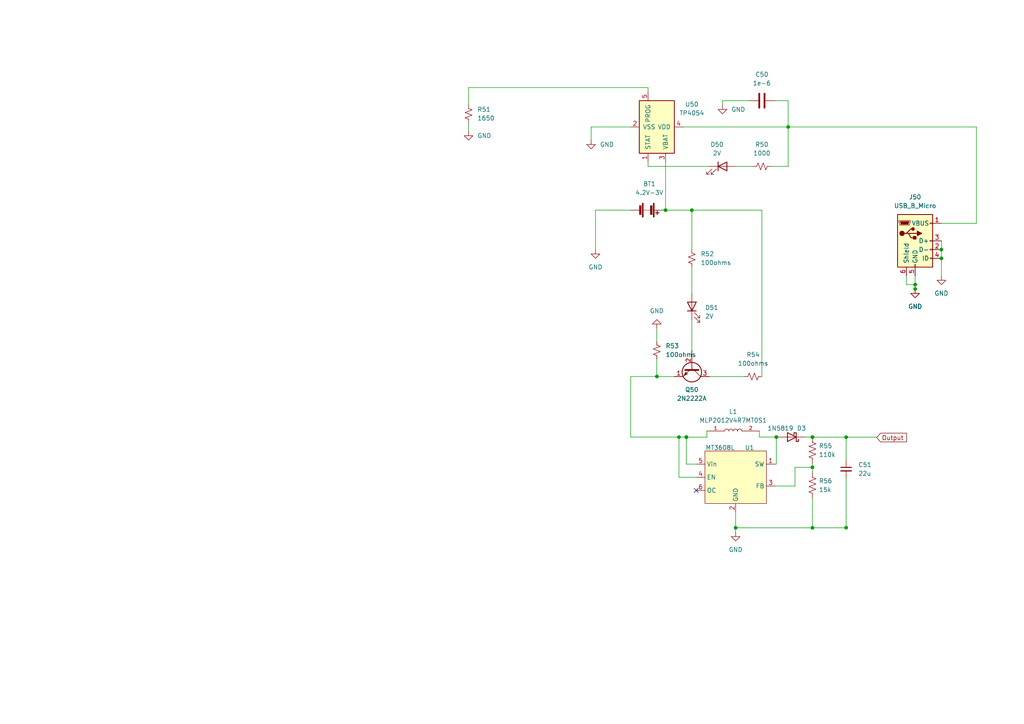
<source format=kicad_sch>
(kicad_sch (version 20211123) (generator eeschema)
  (paper "A4")
  (title_block (title "POWER SUBMODULE") (date "2022-03-11") (rev "2") (comment 1 "AUTHOR: JAHAR PERSAD (PRSJAH002)"))
  (lib_symbols
    (symbol "Battery_Management:MCP73831-2-OT" (pin_names (offset 1.016))
      (property "Reference" "U" (at -7.62 6.35 0))
      (property "Value" "MCP73831-2-OT" (at 1.27 6.35 0))
      (symbol "MCP73831-2-OT_0_1"
        (rectangle (start -7.62 5.08) (end 7.62 -5.08) (stroke (width 0.254)) (fill (type background)))
      )
      (symbol "MCP73831-2-OT_1_1"
        (pin output line (at 10.16 -2.54 180) (length 2.54) (name "STAT") (number "1"))
        (pin power_in line (at 0 -7.62 90) (length 2.54) (name "VSS") (number "2"))
        (pin power_out line (at 10.16 2.54 180) (length 2.54) (name "VBAT") (number "3"))
        (pin power_in line (at 0 7.62 270) (length 2.54) (name "VDD") (number "4"))
        (pin input line (at -10.16 -2.54 0) (length 2.54) (name "PROG") (number "5"))
      )
    )
    (symbol "Connector:USB_B_Micro" (pin_names (offset 1.016))
      (property "Reference" "J" (at -5.08 11.43 0))
      (property "Value" "USB_B_Micro" (at -5.08 8.89 0))
      (symbol "USB_B_Micro_0_1"
        (rectangle (start -5.08 -7.62) (end 5.08 7.62) (stroke (width 0.254)) (fill (type background)))
        (circle (center -3.81 2.159) (radius 0.635) (stroke (width 0.254)) (fill (type outline)))
        (circle (center -0.635 3.429) (radius 0.381) (stroke (width 0.254)) (fill (type outline)))
        (rectangle (start -0.127 -7.62) (end 0.127 -6.858))
        (polyline (pts (xy -1.905 2.159) (xy 0.635 2.159)) (stroke (width 0.254)))
        (polyline (pts (xy -3.175 2.159) (xy -2.54 2.159) (xy -1.27 3.429) (xy -0.635 3.429)) (stroke (width 0.254)))
        (polyline (pts (xy -2.54 2.159) (xy -1.905 2.159) (xy -1.27 0.889) (xy 0 0.889)) (stroke (width 0.254)))
        (polyline (pts (xy 0.635 2.794) (xy 0.635 1.524) (xy 1.905 2.159) (xy 0.635 2.794)) (stroke (width 0.254)) (fill (type outline)))
        (polyline (pts (xy -4.318 5.588) (xy -1.778 5.588) (xy -2.032 4.826) (xy -4.064 4.826) (xy -4.318 5.588)) (fill (type outline)))
        (polyline (pts (xy -4.699 5.842) (xy -4.699 5.588) (xy -4.445 4.826) (xy -4.445 4.572) (xy -1.651 4.572) (xy -1.651 4.826) (xy -1.397 5.588) (xy -1.397 5.842) (xy -4.699 5.842)))
        (rectangle (start 0.254 1.27) (end -0.508 0.508) (stroke (width 0.254)) (fill (type outline)))
        (rectangle (start 5.08 -5.207) (end 4.318 -4.953))
        (rectangle (start 5.08 -2.667) (end 4.318 -2.413))
        (rectangle (start 5.08 -0.127) (end 4.318 0.127))
        (rectangle (start 5.08 4.953) (end 4.318 5.207))
      )
      (symbol "USB_B_Micro_1_1"
        (pin power_out line (at 7.62 5.08 180) (length 2.54) (name "VBUS") (number "1"))
        (pin bidirectional line (at 7.62 -2.54 180) (length 2.54) (name "D-") (number "2"))
        (pin bidirectional line (at 7.62 0 180) (length 2.54) (name "D+") (number "3"))
        (pin passive line (at 7.62 -5.08 180) (length 2.54) (name "ID") (number "4"))
        (pin power_out line (at 0 -10.16 90) (length 2.54) (name "GND") (number "5"))
        (pin passive line (at -2.54 -10.16 90) (length 2.54) (name "Shield") (number "6"))
      )
    )
    (symbol "Custom:MLP2012V4R7MT0S1" (pin_names (offset 1.016) hide)
      (property "Reference" "L" (at -5.08 1.905 0))
      (property "Value" "MLP2012V4R7MT0S1" (at -5.08 -2.54 0))
      (symbol "MLP2012V4R7MT0S1_0_0"
        (arc (start -1.27 0) (mid -1.905 0.6878) (end -2.54 0) (stroke (width 0.1524)))
        (arc (start 0 0) (mid -0.635 0.6878) (end -1.27 0) (stroke (width 0.1524)))
        (arc (start 1.27 0) (mid 0.635 0.6878) (end 0 0) (stroke (width 0.1524)))
        (arc (start 2.54 0) (mid 1.905 0.6878) (end 1.27 0) (stroke (width 0.1524)))
        (pin passive line (at -7.62 0 0) (length 5.08) (name "~") (number "1"))
        (pin passive line (at 7.62 0 180) (length 5.08) (name "~") (number "2"))
      )
    )
    (symbol "Custom:MT3608L"
      (property "Reference" "U" (at 0 6.35 0))
      (property "Value" "MT3608L" (at 0 8.89 0))
      (symbol "MT3608L_0_1"
        (rectangle (start -8.89 3.81) (end 8.89 -11.43) (fill (type background)))
      )
      (symbol "MT3608L_1_1"
        (pin bidirectional line (at 11.43 0 180) (length 2.54) (name "SW") (number "1"))
        (pin bidirectional line (at 0 -13.97 90) (length 2.54) (name "GND") (number "2"))
        (pin bidirectional line (at 11.43 -6.35 180) (length 2.54) (name "FB") (number "3"))
        (pin bidirectional line (at -11.43 -3.81 0) (length 2.54) (name "EN") (number "4"))
        (pin bidirectional line (at -11.43 0 0) (length 2.54) (name "Vin") (number "5"))
        (pin bidirectional line (at -11.43 -7.62 0) (length 2.54) (name "OC") (number "6"))
      )
    )
    (symbol "Device:Battery" (pin_numbers hide) (pin_names (offset 0) hide)
      (property "Reference" "BT" (at 2.54 2.54 0))
      (property "Value" "Battery" (at 2.54 0 0))
      (symbol "Battery_0_1"
        (rectangle (start -2.032 -1.397) (end 2.032 -1.651) (fill (type outline)))
        (rectangle (start -2.032 1.778) (end 2.032 1.524) (fill (type outline)))
        (rectangle (start -1.3208 -1.9812) (end 1.27 -2.4892) (fill (type outline)))
        (rectangle (start -1.3208 1.1938) (end 1.27 0.6858) (fill (type outline)))
        (polyline (pts (xy 0 -1.524) (xy 0 -1.27)))
        (polyline (pts (xy 0 -1.016) (xy 0 -0.762)))
        (polyline (pts (xy 0 -0.508) (xy 0 -0.254)))
        (polyline (pts (xy 0 0) (xy 0 0.254)))
        (polyline (pts (xy 0 0.508) (xy 0 0.762)))
        (polyline (pts (xy 0 1.778) (xy 0 2.54)))
        (polyline (pts (xy 0.254 2.667) (xy 1.27 2.667)) (stroke (width 0.254)))
        (polyline (pts (xy 0.762 3.175) (xy 0.762 2.159)) (stroke (width 0.254)))
      )
      (symbol "Battery_1_1"
        (pin passive line (at 0 5.08 270) (length 2.54) (name "+") (number "1"))
        (pin passive line (at 0 -5.08 90) (length 2.54) (name "-") (number "2"))
      )
    )
    (symbol "Device:C" (pin_numbers hide) (pin_names (offset 0.254))
      (property "Reference" "C" (at 0.635 2.54 0))
      (property "Value" "C" (at 0.635 -2.54 0))
      (symbol "C_0_1"
        (polyline (pts (xy -2.032 -0.762) (xy 2.032 -0.762)) (stroke (width 0.508)))
        (polyline (pts (xy -2.032 0.762) (xy 2.032 0.762)) (stroke (width 0.508)))
      )
      (symbol "C_1_1"
        (pin passive line (at 0 3.81 270) (length 2.794) (name "~") (number "1"))
        (pin passive line (at 0 -3.81 90) (length 2.794) (name "~") (number "2"))
      )
    )
    (symbol "Device:C_Small" (pin_numbers hide) (pin_names (offset 0.254) hide)
      (property "Reference" "C" (at 0.254 1.778 0))
      (property "Value" "C_Small" (at 0.254 -2.032 0))
      (symbol "C_Small_0_1"
        (polyline (pts (xy -1.524 -0.508) (xy 1.524 -0.508)) (stroke (width 0.3302)))
        (polyline (pts (xy -1.524 0.508) (xy 1.524 0.508)) (stroke (width 0.3048)))
      )
      (symbol "C_Small_1_1"
        (pin passive line (at 0 2.54 270) (length 2.032) (name "~") (number "1"))
        (pin passive line (at 0 -2.54 90) (length 2.032) (name "~") (number "2"))
      )
    )
    (symbol "Device:LED" (pin_numbers hide) (pin_names (offset 1.016) hide)
      (property "Reference" "D" (at 0 2.54 0))
      (property "Value" "LED" (at 0 -2.54 0))
      (symbol "LED_0_1"
        (polyline (pts (xy -1.27 -1.27) (xy -1.27 1.27)) (stroke (width 0.254)))
        (polyline (pts (xy -1.27 0) (xy 1.27 0)))
        (polyline (pts (xy 1.27 -1.27) (xy 1.27 1.27) (xy -1.27 0) (xy 1.27 -1.27)) (stroke (width 0.254)))
        (polyline (pts (xy -3.048 -0.762) (xy -4.572 -2.286) (xy -3.81 -2.286) (xy -4.572 -2.286) (xy -4.572 -1.524)))
        (polyline (pts (xy -1.778 -0.762) (xy -3.302 -2.286) (xy -2.54 -2.286) (xy -3.302 -2.286) (xy -3.302 -1.524)))
      )
      (symbol "LED_1_1"
        (pin passive line (at -3.81 0 0) (length 2.54) (name "K") (number "1"))
        (pin passive line (at 3.81 0 180) (length 2.54) (name "A") (number "2"))
      )
    )
    (symbol "Device:R_Small_US" (pin_numbers hide) (pin_names (offset 0.254) hide)
      (property "Reference" "R" (at 0.762 0.508 0))
      (property "Value" "R_Small_US" (at 0.762 -1.016 0))
      (symbol "R_Small_US_1_1"
        (polyline (pts (xy 0 0) (xy 1.016 -0.381) (xy 0 -0.762) (xy -1.016 -1.143) (xy 0 -1.524)))
        (polyline (pts (xy 0 1.524) (xy 1.016 1.143) (xy 0 0.762) (xy -1.016 0.381) (xy 0 0)))
        (pin passive line (at 0 2.54 270) (length 1.016) (name "~") (number "1"))
        (pin passive line (at 0 -2.54 90) (length 1.016) (name "~") (number "2"))
      )
    )
    (symbol "Device:R_US" (pin_numbers hide) (pin_names (offset 0))
      (property "Reference" "R" (at 2.54 0 90))
      (property "Value" "R_US" (at -2.54 0 90))
      (symbol "R_US_0_1"
        (polyline (pts (xy 0 -2.286) (xy 0 -2.54)))
        (polyline (pts (xy 0 2.286) (xy 0 2.54)))
        (polyline (pts (xy 0 -0.762) (xy 1.016 -1.143) (xy 0 -1.524) (xy -1.016 -1.905) (xy 0 -2.286)))
        (polyline (pts (xy 0 0.762) (xy 1.016 0.381) (xy 0 0) (xy -1.016 -0.381) (xy 0 -0.762)))
        (polyline (pts (xy 0 2.286) (xy 1.016 1.905) (xy 0 1.524) (xy -1.016 1.143) (xy 0 0.762)))
      )
      (symbol "R_US_1_1"
        (pin passive line (at 0 3.81 270) (length 1.27) (name "~") (number "1"))
        (pin passive line (at 0 -3.81 90) (length 1.27) (name "~") (number "2"))
      )
    )
    (symbol "Diode:1N5819" (pin_numbers hide) (pin_names (offset 1.016) hide)
      (property "Reference" "D" (at 0 2.54 0))
      (property "Value" "1N5819" (at 0 -2.54 0))
      (symbol "1N5819_0_1"
        (polyline (pts (xy 1.27 0) (xy -1.27 0)))
        (polyline (pts (xy 1.27 1.27) (xy 1.27 -1.27) (xy -1.27 0) (xy 1.27 1.27)) (stroke (width 0.254)))
        (polyline (pts (xy -1.905 0.635) (xy -1.905 1.27) (xy -1.27 1.27) (xy -1.27 -1.27) (xy -0.635 -1.27) (xy -0.635 -0.635)) (stroke (width 0.254)))
      )
      (symbol "1N5819_1_1"
        (pin passive line (at -3.81 0 0) (length 2.54) (name "K") (number "1"))
        (pin passive line (at 3.81 0 180) (length 2.54) (name "A") (number "2"))
      )
    )
    (symbol "Transistor_BJT:2N2219" (pin_names (offset 0) hide)
      (property "Reference" "Q" (at 5.08 1.905 0))
      (property "Value" "2N2219" (at 5.08 0 0))
      (symbol "2N2219_0_1"
        (polyline (pts (xy 0.635 0.635) (xy 2.54 2.54)))
        (polyline (pts (xy 0.635 -0.635) (xy 2.54 -2.54) (xy 2.54 -2.54)))
        (polyline (pts (xy 0.635 1.905) (xy 0.635 -1.905) (xy 0.635 -1.905)) (stroke (width 0.508)))
        (polyline (pts (xy 1.27 -1.778) (xy 1.778 -1.27) (xy 2.286 -2.286) (xy 1.27 -1.778) (xy 1.27 -1.778)) (fill (type outline)))
        (circle (center 1.27 0) (radius 2.8194) (stroke (width 0.254)))
      )
      (symbol "2N2219_1_1"
        (pin passive line (at 2.54 -5.08 90) (length 2.54) (name "E") (number "1"))
        (pin passive line (at -5.08 0 0) (length 5.715) (name "B") (number "2"))
        (pin passive line (at 2.54 5.08 270) (length 2.54) (name "C") (number "3"))
      )
    )
    (symbol "power:GND" (power) (pin_names (offset 0))
      (property "Value" "GND" (at 0 -3.81 0))
      (symbol "GND_0_1"
        (polyline (pts (xy 0 0) (xy 0 -1.27) (xy 1.27 -1.27) (xy 0 -2.54) (xy -1.27 -1.27) (xy 0 -1.27)))
      )
      (symbol "GND_1_1"
        (pin power_in line (at 0 0 270) (length 0) hide (name "GND") (number "1"))
      )
    )
  )
  (junction (at 235.6358 153.0858))
  (junction (at 273.05 72.39))
  (junction (at 199.0598 126.7968))
  (junction (at 213.36 153.0858))
  (junction (at 190.5254 109.1946))
  (junction (at 193.04 60.96))
  (junction (at 265.43 83.82))
  (junction (at 265.43 82.55))
  (junction (at 273.05 74.93))
  (junction (at 245.4148 153.0604))
  (junction (at 200.66 60.96))
  (junction (at 225.171 126.7714))
  (junction (at 235.6358 126.7714))
  (junction (at 235.6358 135.5344))
  (junction (at 245.4148 126.7968))
  (junction (at 199.0598 126.7714))
  (junction (at 196.9262 126.7714))
  (junction (at 235.6358 126.7968))
  (junction (at 228.6 36.83))
  (no_connect (at 201.93 142.24))
  (wire (pts (xy 187.96 46.99) (xy 187.96 48.26)))
  (wire (pts (xy 217.17 29.21) (xy 209.55 29.21)))
  (wire (pts (xy 228.6 36.83) (xy 228.6 48.26)))
  (wire (pts (xy 200.66 92.71) (xy 200.66 101.6)))
  (wire (pts (xy 235.6358 144.5768) (xy 235.6358 153.0858)))
  (wire (pts (xy 182.88 36.83) (xy 171.45 36.83)))
  (wire (pts (xy 230.5812 140.97) (xy 230.5812 135.5344)))
  (wire (pts (xy 230.5812 135.5344) (xy 235.6358 135.5344)))
  (wire (pts (xy 262.89 82.55) (xy 262.89 80.01)))
  (wire (pts (xy 235.6358 135.5344) (xy 235.6358 136.9568)))
  (wire (pts (xy 273.05 74.93) (xy 273.05 80.01)))
  (wire (pts (xy 223.52 48.26) (xy 228.6 48.26)))
  (wire (pts (xy 135.89 35.56) (xy 135.89 38.1)))
  (wire (pts (xy 235.6358 153.0858) (xy 245.4148 153.0858)))
  (wire (pts (xy 201.93 134.62) (xy 199.0598 134.62)))
  (wire (pts (xy 199.0598 134.62) (xy 199.0598 126.7968)))
  (wire (pts (xy 245.4148 133.5278) (xy 245.4148 126.7968)))
  (wire (pts (xy 201.93 138.43) (xy 196.9262 138.43)))
  (wire (pts (xy 224.79 134.62) (xy 225.171 134.62)))
  (wire (pts (xy 200.66 60.96) (xy 200.66 72.39)))
  (wire (pts (xy 182.9308 126.7714) (xy 182.9308 109.1946)))
  (wire (pts (xy 190.5 104.14) (xy 190.5 109.22)))
  (wire (pts (xy 224.79 29.21) (xy 228.6 29.21)))
  (wire (pts (xy 213.36 148.59) (xy 213.36 153.0858)))
  (wire (pts (xy 220.2688 125.0188) (xy 220.2688 126.7714)))
  (wire (pts (xy 205.0288 126.7968) (xy 199.0598 126.7968)))
  (wire (pts (xy 205.74 109.22) (xy 215.9 109.22)))
  (wire (pts (xy 193.04 60.96) (xy 200.66 60.96)))
  (wire (pts (xy 196.9262 126.7714) (xy 182.9308 126.7714)))
  (wire (pts (xy 265.43 83.82) (xy 265.43 82.55)))
  (wire (pts (xy 205.0288 125.0188) (xy 205.0288 126.7968)))
  (wire (pts (xy 135.89 25.4) (xy 135.89 30.48)))
  (wire (pts (xy 273.05 72.39) (xy 273.05 74.93)))
  (wire (pts (xy 190.5 95.25) (xy 190.5 99.06)))
  (wire (pts (xy 172.72 60.96) (xy 172.72 72.39)))
  (wire (pts (xy 187.96 26.67) (xy 187.96 25.4)))
  (wire (pts (xy 213.36 153.0858) (xy 213.36 154.3558)))
  (wire (pts (xy 198.12 36.83) (xy 228.6 36.83)))
  (wire (pts (xy 199.0598 126.7968) (xy 199.0598 126.7714)))
  (wire (pts (xy 205.74 48.26) (xy 187.96 48.26)))
  (wire (pts (xy 235.6358 126.7714) (xy 235.6358 126.7968)))
  (wire (pts (xy 245.4148 153.0604) (xy 245.4148 153.0858)))
  (wire (pts (xy 224.79 140.97) (xy 230.5812 140.97)))
  (wire (pts (xy 225.171 126.7714) (xy 225.8568 126.7714)))
  (wire (pts (xy 200.66 77.47) (xy 200.66 85.09)))
  (wire (pts (xy 220.2688 126.7714) (xy 225.171 126.7714)))
  (wire (pts (xy 225.171 126.7714) (xy 225.171 134.62)))
  (wire (pts (xy 245.4148 126.7968) (xy 254.2794 126.7968)))
  (wire (pts (xy 228.6 36.83) (xy 228.6 29.21)))
  (wire (pts (xy 245.4148 138.6078) (xy 245.4148 153.0604)))
  (wire (pts (xy 187.96 25.4) (xy 135.89 25.4)))
  (wire (pts (xy 254.2794 126.7968) (xy 254.2794 126.8984)))
  (wire (pts (xy 245.4148 126.7968) (xy 235.6358 126.7968)))
  (wire (pts (xy 233.4768 126.7714) (xy 235.6358 126.7714)))
  (wire (pts (xy 209.55 29.21) (xy 209.55 30.48)))
  (wire (pts (xy 190.5 109.22) (xy 195.58 109.22)))
  (wire (pts (xy 235.6358 134.4168) (xy 235.6358 135.5344)))
  (wire (pts (xy 196.9262 126.7714) (xy 199.0598 126.7714)))
  (wire (pts (xy 213.36 153.0858) (xy 235.6358 153.0858)))
  (wire (pts (xy 171.45 36.83) (xy 171.45 40.64)))
  (wire (pts (xy 283.21 64.77) (xy 283.21 36.83)))
  (wire (pts (xy 182.9308 109.1946) (xy 190.5254 109.1946)))
  (wire (pts (xy 220.98 60.96) (xy 220.98 109.22)))
  (wire (pts (xy 172.72 60.96) (xy 182.88 60.96)))
  (wire (pts (xy 262.89 82.55) (xy 265.43 82.55)))
  (wire (pts (xy 273.05 64.77) (xy 283.21 64.77)))
  (wire (pts (xy 265.43 82.55) (xy 265.43 80.01)))
  (wire (pts (xy 193.04 46.99) (xy 193.04 60.96)))
  (wire (pts (xy 273.05 69.85) (xy 273.05 72.39)))
  (wire (pts (xy 283.21 36.83) (xy 228.6 36.83)))
  (wire (pts (xy 196.9262 138.43) (xy 196.9262 126.7714)))
  (wire (pts (xy 191.77 60.96) (xy 193.04 60.96)))
  (wire (pts (xy 218.44 48.26) (xy 213.36 48.26)))
  (wire (pts (xy 200.66 60.96) (xy 220.98 60.96)))
  (global_label "Output" (shape input) (at 254.2794 126.8984 0) (property "Intersheet References" "${INTERSHEET_REFS}" (effects hide)))
  (symbol (lib_id "Custom:MLP2012V4R7MT0S1") (at 212.6488 125.0188 0) (unit 1)
    (property "Reference" "L1" (at 212.6488 119.38 0))
    (property "Value" "MLP2012V4R7MT0S1" (at 212.6488 121.92 0))
    (property "Footprint" "3088HAT:INDC2012X87N" (effects hide))
    (property "Datasheet" "https://datasheet.lcsc.com/lcsc/1912111437_TDK-MLP2012V4R7MT0S1_C383376.pdf" (effects hide))
    (property "Extended" "Y" (effects hide))
    (property "LCSC" "C383376" (effects hide))
    (property "Populate" "P" (effects hide))
    (property "Price" "0.0425" (effects hide))
  )
  (symbol (lib_id "power:GND") (at 213.36 154.3558 0) (unit 1)
    (property "Reference" "#PWR?" (effects hide))
    (property "Value" "GND" (at 213.36 159.4358 0))
  )
  (symbol (lib_id "power:GND") (at 190.5 95.25 180) (unit 1)
    (property "Reference" "#PWR0108" (effects hide))
    (property "Value" "GND" (at 190.5 90.17 0))
  )
  (symbol (lib_id "Device:C_Small") (at 245.4148 136.0678 0) (unit 1)
    (property "Reference" "C51" (at 248.92 134.804 0) (effects (justify left)))
    (property "Value" "22u" (at 248.92 137.344 0) (effects (justify left)))
    (property "Footprint" "Capacitor_SMD:C_0805_2012Metric" (effects hide))
    (property "Datasheet" "https://datasheet.lcsc.com/lcsc/1811151152_Samsung-Electro-Mechanics-CL21A226MAQNNNE_C45783.pdf" (effects hide))
    (property "Price" "0.0361" (effects hide))
    (property "Extended" "N" (effects hide))
    (property "LCSC" "C45783" (effects hide))
    (property "Populate" "P" (effects hide))
  )
  (symbol (lib_id "Device:R_Small_US") (at 190.5 101.6 0) (unit 1)
    (property "Reference" "R53" (at 193.04 100.3299 0) (effects (justify left)))
    (property "Value" "100ohms" (at 193.04 102.8699 0) (effects (justify left)))
    (property "Footprint" "Resistor_SMD:R_0201_0603Metric" (effects hide))
  )
  (symbol (lib_id "power:GND") (at 209.55 30.48 0) (unit 1)
    (property "Reference" "#PWR0101" (effects hide))
    (property "Value" "GND" (at 212.09 31.7499 0) (effects (justify left)))
  )
  (symbol (lib_id "Transistor_BJT:2N2219") (at 200.66 106.68 270) (unit 1)
    (property "Reference" "Q50" (at 200.66 113.03 90))
    (property "Value" "2N2222A" (at 200.66 115.57 90))
    (property "Footprint" "Package_TO_SOT_THT:TO-92" (effects hide))
    (property "Datasheet" "http://www.onsemi.com/pub_link/Collateral/2N2219-D.PDF" (effects hide))
  )
  (symbol (lib_id "Connector:USB_B_Micro") (at 265.43 69.85 0) (unit 1)
    (property "Reference" "J50" (at 265.43 57.15 0))
    (property "Value" "USB_B_Micro" (at 265.43 59.69 0))
    (property "Footprint" "Connector_USB:USB_Micro-B_Amphenol_10103594-0001LF_Horizontal" (effects hide))
  )
  (symbol (lib_id "Device:R_US") (at 235.6358 130.6068 0) (unit 1)
    (property "Reference" "R55" (at 237.49 129.3367 0) (effects (justify left)))
    (property "Value" "110k" (at 237.49 131.8767 0) (effects (justify left)))
    (property "Footprint" "Resistor_SMD:R_0201_0603Metric" (effects hide))
    (property "Datasheet" "https://datasheet.lcsc.com/lcsc/2110260030_UNI-ROYAL-Uniroyal-Elec-0603WAF1103T5E_C25805.pdf" (effects hide))
    (property "Extended" "N" (effects hide))
    (property "LCSC" "C25805" (effects hide))
    (property "Populate" "P" (effects hide))
    (property "Price" "0.0014" (effects hide))
  )
  (symbol (lib_id "Device:LED") (at 200.66 88.9 90) (unit 1)
    (property "Reference" "D51" (at 204.47 89.2174 90) (effects (justify right)))
    (property "Value" "2V" (at 204.47 91.7574 90) (effects (justify right)))
    (property "Footprint" "LED_SMD:LED_0805_2012Metric" (effects hide))
    (property "Datasheet" "~https://datasheet.lcsc.com/lcsc/2008201032_Foshan-NationStar-Optoelectronics-NCD0805R1_C84256.pdf" (effects hide))
  )
  (symbol (lib_id "Custom:MT3608L") (at 213.36 134.62 0) (unit 1)
    (property "Reference" "U1" (at 217.3986 129.8448 0))
    (property "Value" "MT3608L" (at 208.8642 129.8448 0))
    (property "Footprint" "Package_TO_SOT_SMD:SOT-23-6" (effects hide))
    (property "Datasheet" "https://datasheet.lcsc.com/lcsc/2201121530_XI-AN-Aerosemi-Tech-MT3608L_C2932326.pdf" (effects hide))
    (property "Extended" "Y" (effects hide))
    (property "LCSC" "C2932326" (effects hide))
    (property "Price" "0.0693" (effects hide))
  )
  (symbol (lib_id "Device:R_Small_US") (at 135.89 33.02 0) (unit 1)
    (property "Reference" "R51" (at 138.43 31.7499 0) (effects (justify left)))
    (property "Value" "1650" (at 138.43 34.2899 0) (effects (justify left)))
    (property "Footprint" "Resistor_SMD:R_0201_0603Metric" (effects hide))
  )
  (symbol (lib_id "power:GND") (at 172.72 72.39 0) (unit 1)
    (property "Reference" "#PWR0110" (effects hide))
    (property "Value" "GND" (at 172.72 77.47 0))
  )
  (symbol (lib_id "Device:R_Small_US") (at 220.98 48.26 90) (unit 1)
    (property "Reference" "R50" (at 220.98 41.91 90))
    (property "Value" "1000" (at 220.98 44.45 90))
    (property "Footprint" "Resistor_SMD:R_0201_0603Metric" (effects hide))
  )
  (symbol (lib_id "Device:R_US") (at 235.6358 140.7668 0) (unit 1)
    (property "Reference" "R56" (at 237.49 139.4967 0) (effects (justify left)))
    (property "Value" "15k" (at 237.49 142.0367 0) (effects (justify left)))
    (property "Footprint" "Resistor_SMD:R_0201_0603Metric" (effects hide))
    (property "Datasheet" "https://datasheet.lcsc.com/lcsc/2110252030_UNI-ROYAL-Uniroyal-Elec-0603WAF1502T5E_C22809.pdf" (effects hide))
    (property "LCSC" "C22809" (effects hide))
    (property "Extended" "N" (effects hide))
    (property "Populate" "P" (effects hide))
    (property "Price" "0.0013" (effects hide))
  )
  (symbol (lib_id "Device:R_Small_US") (at 218.44 109.22 90) (unit 1)
    (property "Reference" "R54" (at 218.44 102.87 90))
    (property "Value" "100ohms" (at 218.44 105.41 90))
    (property "Footprint" "Resistor_SMD:R_0201_0603Metric" (effects hide))
  )
  (symbol (lib_id "power:GND") (at 265.43 83.82 0) (unit 1)
    (property "Reference" "#PWR0103" (effects hide))
    (property "Value" "GND" (at 265.43 88.9 0))
  )
  (symbol (lib_id "power:GND") (at 265.43 83.82 0) (unit 1)
    (property "Reference" "#PWR0102" (effects hide))
    (property "Value" "GND" (at 265.43 88.9 0))
  )
  (symbol (lib_id "power:GND") (at 135.89 38.1 0) (unit 1)
    (property "Reference" "#PWR0109" (effects hide))
    (property "Value" "GND" (at 138.43 39.3699 0) (effects (justify left)))
  )
  (symbol (lib_id "Diode:1N5819") (at 229.6668 126.7714 180) (unit 1)
    (property "Reference" "D3" (at 232.4608 124.2314 0))
    (property "Value" "1N5819" (at 226.3648 124.2314 0))
    (property "Footprint" "Diode_SMD:D_SOD-323" (effects hide))
    (property "Datasheet" "https://datasheet.lcsc.com/lcsc/1810202112_Guangdong-Hottech-1N5819WS_C191023.pdf" (effects hide))
    (property "LCSC" "C191023" (effects hide))
    (property "Extended" "N" (effects hide))
    (property "Populate" "P" (effects hide))
    (property "Price" "0.0279" (effects hide))
  )
  (symbol (lib_id "Device:R_Small_US") (at 200.66 74.93 0) (unit 1)
    (property "Reference" "R52" (at 203.2 73.6599 0) (effects (justify left)))
    (property "Value" "100ohms" (at 203.2 76.1999 0) (effects (justify left)))
    (property "Footprint" "Resistor_SMD:R_0201_0603Metric" (effects hide))
  )
  (symbol (lib_id "Device:LED") (at 209.55 48.26 0) (unit 1)
    (property "Reference" "D50" (at 207.9625 41.91 0))
    (property "Value" "2V" (at 207.9625 44.45 0))
    (property "Footprint" "LED_SMD:LED_0805_2012Metric" (effects hide))
  )
  (symbol (lib_id "Device:Battery") (at 187.96 60.96 270) (unit 1)
    (property "Reference" "BT1" (at 188.341 53.34 90))
    (property "Value" "4.2V-3V" (at 188.341 55.88 90))
    (property "Footprint" "Battery:BatteryHolder_Keystone_1042_1x18650" (effects hide))
  )
  (symbol (lib_id "power:GND") (at 273.05 80.01 0) (unit 1)
    (property "Reference" "#PWR0104" (effects hide))
    (property "Value" "GND" (at 273.05 85.09 0))
  )
  (symbol (lib_id "Device:C") (at 220.98 29.21 270) (unit 1)
    (property "Reference" "C50" (at 220.98 21.59 90))
    (property "Value" "1e-6" (at 220.98 24.13 90))
    (property "Footprint" "Capacitor_SMD:C_0201_0603Metric" (effects hide))
  )
  (symbol (lib_id "power:GND") (at 171.45 40.64 0) (unit 1)
    (property "Reference" "#PWR0111" (effects hide))
    (property "Value" "GND" (at 173.99 41.9099 0) (effects (justify left)))
  )
  (symbol (lib_id "Battery_Management:MCP73831-2-OT") (at 190.5 36.83 270) (unit 1)
    (property "Reference" "U50" (at 200.66 30.2512 90))
    (property "Value" "TP4054" (at 200.66 32.7912 90))
    (property "Footprint" "Package_TO_SOT_SMD:SOT-23-5" (effects hide))
    (property "Datasheet" "http://ww1.microchip.com/downloads/en/DeviceDoc/20001984g.pdf" (effects hide))
  )
)
</source>
